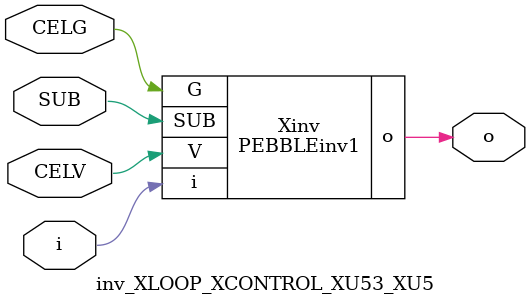
<source format=v>



module PEBBLEinv1 ( o, G, SUB, V, i );

  input V;
  input i;
  input G;
  output o;
  input SUB;
endmodule

//Celera Confidential Do Not Copy inv_XLOOP_XCONTROL_XU53_XU5
//Celera Confidential Symbol Generator
//5V Inverter
module inv_XLOOP_XCONTROL_XU53_XU5 (CELV,CELG,i,o,SUB);
input CELV;
input CELG;
input i;
input SUB;
output o;

//Celera Confidential Do Not Copy inv
PEBBLEinv1 Xinv(
.V (CELV),
.i (i),
.o (o),
.SUB (SUB),
.G (CELG)
);
//,diesize,PEBBLEinv1

//Celera Confidential Do Not Copy Module End
//Celera Schematic Generator
endmodule

</source>
